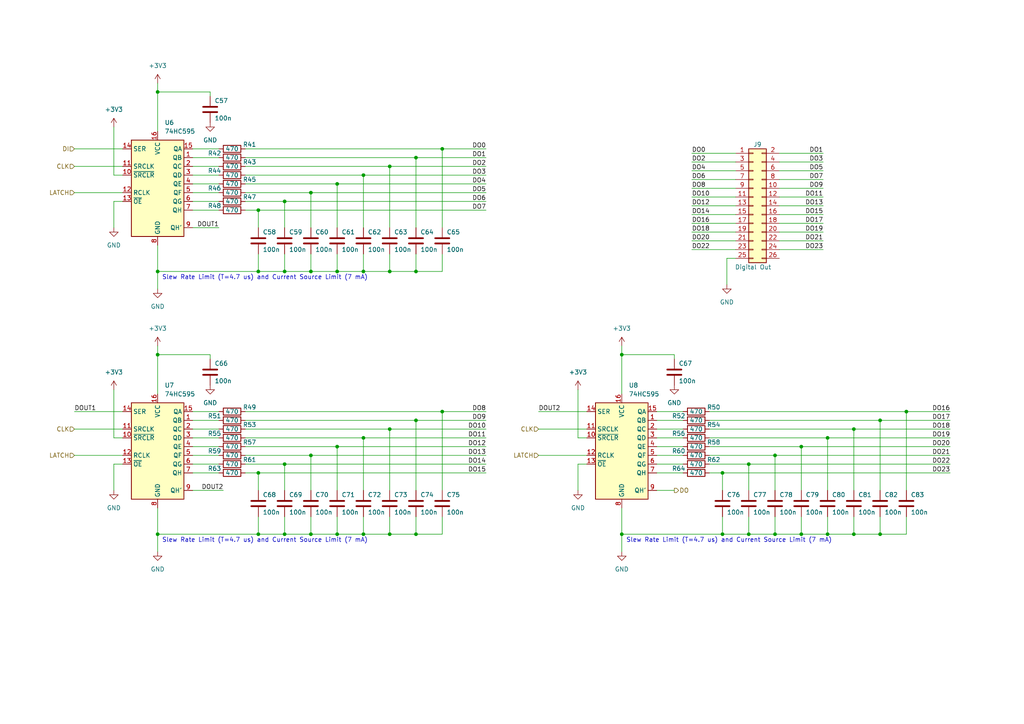
<source format=kicad_sch>
(kicad_sch (version 20211123) (generator eeschema)
  (paper "A4")
  (title_block (title "Cockpit CPU Card") (date "2023-01-21") (rev "A") (company "https://github.com/peterheinrich/DA20-C1-ProcedureTrainer") (comment 1 "Open Hardware") (comment 2 "License: CERN-OHL-P") (comment 3 "© 2023 by Peter Heinrich") (comment 4 "DA20 Hardware Cockpit Simulator Project"))
  (lib_symbols
    (symbol "74xx:74HC595"
      (property "Reference" "U" (at -7.62 13.97 0))
      (property "Value" "74HC595" (at -7.62 -16.51 0))
      (symbol "74HC595_1_0"
        (pin tri_state line (at 10.16 7.62 180) (length 2.54) (name "QB") (number "1"))
        (pin input line (at -10.16 2.54 0) (length 2.54) (name "~{SRCLR}") (number "10"))
        (pin input line (at -10.16 5.08 0) (length 2.54) (name "SRCLK") (number "11"))
        (pin input line (at -10.16 -2.54 0) (length 2.54) (name "RCLK") (number "12"))
        (pin input line (at -10.16 -5.08 0) (length 2.54) (name "~{OE}") (number "13"))
        (pin input line (at -10.16 10.16 0) (length 2.54) (name "SER") (number "14"))
        (pin tri_state line (at 10.16 10.16 180) (length 2.54) (name "QA") (number "15"))
        (pin power_in line (at 0 15.24 270) (length 2.54) (name "VCC") (number "16"))
        (pin tri_state line (at 10.16 5.08 180) (length 2.54) (name "QC") (number "2"))
        (pin tri_state line (at 10.16 2.54 180) (length 2.54) (name "QD") (number "3"))
        (pin tri_state line (at 10.16 0 180) (length 2.54) (name "QE") (number "4"))
        (pin tri_state line (at 10.16 -2.54 180) (length 2.54) (name "QF") (number "5"))
        (pin tri_state line (at 10.16 -5.08 180) (length 2.54) (name "QG") (number "6"))
        (pin tri_state line (at 10.16 -7.62 180) (length 2.54) (name "QH") (number "7"))
        (pin power_in line (at 0 -17.78 90) (length 2.54) (name "GND") (number "8"))
        (pin output line (at 10.16 -12.7 180) (length 2.54) (name "QH'") (number "9"))
      )
      (symbol "74HC595_1_1"
        (rectangle (start -7.62 12.7) (end 7.62 -15.24) (stroke (width 0.254)) (fill (type background)))
      )
    )
    (symbol "Connector_Generic:Conn_02x13_Odd_Even" (pin_names (offset 1.016) hide)
      (property "Reference" "J" (at 1.27 17.78 0))
      (property "Value" "Conn_02x13_Odd_Even" (at 1.27 -17.78 0))
      (symbol "Conn_02x13_Odd_Even_1_1"
        (rectangle (start -1.27 -15.113) (end 0 -15.367) (stroke (width 0.1524)))
        (rectangle (start -1.27 -12.573) (end 0 -12.827) (stroke (width 0.1524)))
        (rectangle (start -1.27 -10.033) (end 0 -10.287) (stroke (width 0.1524)))
        (rectangle (start -1.27 -7.493) (end 0 -7.747) (stroke (width 0.1524)))
        (rectangle (start -1.27 -4.953) (end 0 -5.207) (stroke (width 0.1524)))
        (rectangle (start -1.27 -2.413) (end 0 -2.667) (stroke (width 0.1524)))
        (rectangle (start -1.27 0.127) (end 0 -0.127) (stroke (width 0.1524)))
        (rectangle (start -1.27 2.667) (end 0 2.413) (stroke (width 0.1524)))
        (rectangle (start -1.27 5.207) (end 0 4.953) (stroke (width 0.1524)))
        (rectangle (start -1.27 7.747) (end 0 7.493) (stroke (width 0.1524)))
        (rectangle (start -1.27 10.287) (end 0 10.033) (stroke (width 0.1524)))
        (rectangle (start -1.27 12.827) (end 0 12.573) (stroke (width 0.1524)))
        (rectangle (start -1.27 15.367) (end 0 15.113) (stroke (width 0.1524)))
        (rectangle (start -1.27 16.51) (end 3.81 -16.51) (stroke (width 0.254)) (fill (type background)))
        (rectangle (start 3.81 -15.113) (end 2.54 -15.367) (stroke (width 0.1524)))
        (rectangle (start 3.81 -12.573) (end 2.54 -12.827) (stroke (width 0.1524)))
        (rectangle (start 3.81 -10.033) (end 2.54 -10.287) (stroke (width 0.1524)))
        (rectangle (start 3.81 -7.493) (end 2.54 -7.747) (stroke (width 0.1524)))
        (rectangle (start 3.81 -4.953) (end 2.54 -5.207) (stroke (width 0.1524)))
        (rectangle (start 3.81 -2.413) (end 2.54 -2.667) (stroke (width 0.1524)))
        (rectangle (start 3.81 0.127) (end 2.54 -0.127) (stroke (width 0.1524)))
        (rectangle (start 3.81 2.667) (end 2.54 2.413) (stroke (width 0.1524)))
        (rectangle (start 3.81 5.207) (end 2.54 4.953) (stroke (width 0.1524)))
        (rectangle (start 3.81 7.747) (end 2.54 7.493) (stroke (width 0.1524)))
        (rectangle (start 3.81 10.287) (end 2.54 10.033) (stroke (width 0.1524)))
        (rectangle (start 3.81 12.827) (end 2.54 12.573) (stroke (width 0.1524)))
        (rectangle (start 3.81 15.367) (end 2.54 15.113) (stroke (width 0.1524)))
        (pin passive line (at -5.08 15.24 0) (length 3.81) (name "Pin_1") (number "1"))
        (pin passive line (at 7.62 5.08 180) (length 3.81) (name "Pin_10") (number "10"))
        (pin passive line (at -5.08 2.54 0) (length 3.81) (name "Pin_11") (number "11"))
        (pin passive line (at 7.62 2.54 180) (length 3.81) (name "Pin_12") (number "12"))
        (pin passive line (at -5.08 0 0) (length 3.81) (name "Pin_13") (number "13"))
        (pin passive line (at 7.62 0 180) (length 3.81) (name "Pin_14") (number "14"))
        (pin passive line (at -5.08 -2.54 0) (length 3.81) (name "Pin_15") (number "15"))
        (pin passive line (at 7.62 -2.54 180) (length 3.81) (name "Pin_16") (number "16"))
        (pin passive line (at -5.08 -5.08 0) (length 3.81) (name "Pin_17") (number "17"))
        (pin passive line (at 7.62 -5.08 180) (length 3.81) (name "Pin_18") (number "18"))
        (pin passive line (at -5.08 -7.62 0) (length 3.81) (name "Pin_19") (number "19"))
        (pin passive line (at 7.62 15.24 180) (length 3.81) (name "Pin_2") (number "2"))
        (pin passive line (at 7.62 -7.62 180) (length 3.81) (name "Pin_20") (number "20"))
        (pin passive line (at -5.08 -10.16 0) (length 3.81) (name "Pin_21") (number "21"))
        (pin passive line (at 7.62 -10.16 180) (length 3.81) (name "Pin_22") (number "22"))
        (pin passive line (at -5.08 -12.7 0) (length 3.81) (name "Pin_23") (number "23"))
        (pin passive line (at 7.62 -12.7 180) (length 3.81) (name "Pin_24") (number "24"))
        (pin passive line (at -5.08 -15.24 0) (length 3.81) (name "Pin_25") (number "25"))
        (pin passive line (at 7.62 -15.24 180) (length 3.81) (name "Pin_26") (number "26"))
        (pin passive line (at -5.08 12.7 0) (length 3.81) (name "Pin_3") (number "3"))
        (pin passive line (at 7.62 12.7 180) (length 3.81) (name "Pin_4") (number "4"))
        (pin passive line (at -5.08 10.16 0) (length 3.81) (name "Pin_5") (number "5"))
        (pin passive line (at 7.62 10.16 180) (length 3.81) (name "Pin_6") (number "6"))
        (pin passive line (at -5.08 7.62 0) (length 3.81) (name "Pin_7") (number "7"))
        (pin passive line (at 7.62 7.62 180) (length 3.81) (name "Pin_8") (number "8"))
        (pin passive line (at -5.08 5.08 0) (length 3.81) (name "Pin_9") (number "9"))
      )
    )
    (symbol "Device:C" (pin_numbers hide) (pin_names (offset 0.254))
      (property "Reference" "C" (at 0.635 2.54 0))
      (property "Value" "C" (at 0.635 -2.54 0))
      (symbol "C_0_1"
        (polyline (pts (xy -2.032 -0.762) (xy 2.032 -0.762)) (stroke (width 0.508)))
        (polyline (pts (xy -2.032 0.762) (xy 2.032 0.762)) (stroke (width 0.508)))
      )
      (symbol "C_1_1"
        (pin passive line (at 0 3.81 270) (length 2.794) (name "~") (number "1"))
        (pin passive line (at 0 -3.81 90) (length 2.794) (name "~") (number "2"))
      )
    )
    (symbol "Device:R" (pin_numbers hide) (pin_names (offset 0))
      (property "Reference" "R" (at 2.032 0 90))
      (property "Value" "R" (at 0 0 90))
      (symbol "R_0_1"
        (rectangle (start -1.016 -2.54) (end 1.016 2.54) (stroke (width 0.254)))
      )
      (symbol "R_1_1"
        (pin passive line (at 0 3.81 270) (length 1.27) (name "~") (number "1"))
        (pin passive line (at 0 -3.81 90) (length 1.27) (name "~") (number "2"))
      )
    )
    (symbol "power:+3V3" (power) (pin_names (offset 0))
      (property "Value" "+3V3" (at 0 3.556 0))
      (symbol "+3V3_0_1"
        (polyline (pts (xy -0.762 1.27) (xy 0 2.54)))
        (polyline (pts (xy 0 0) (xy 0 2.54)))
        (polyline (pts (xy 0 2.54) (xy 0.762 1.27)))
      )
      (symbol "+3V3_1_1"
        (pin power_in line (at 0 0 90) (length 0) hide (name "+3V3") (number "1"))
      )
    )
    (symbol "power:GND" (power) (pin_names (offset 0))
      (property "Value" "GND" (at 0 -3.81 0))
      (symbol "GND_0_1"
        (polyline (pts (xy 0 0) (xy 0 -1.27) (xy 1.27 -1.27) (xy 0 -2.54) (xy -1.27 -1.27) (xy 0 -1.27)))
      )
      (symbol "GND_1_1"
        (pin power_in line (at 0 0 270) (length 0) hide (name "GND") (number "1"))
      )
    )
  )
  (junction (at 45.72 102.87))
  (junction (at 45.72 78.74))
  (junction (at 82.55 154.94))
  (junction (at 74.93 60.96))
  (junction (at 113.03 78.74))
  (junction (at 232.41 129.54))
  (junction (at 217.17 154.94))
  (junction (at 247.65 124.46))
  (junction (at 113.03 124.46))
  (junction (at 45.72 154.94))
  (junction (at 255.27 154.94))
  (junction (at 240.03 127))
  (junction (at 97.79 154.94))
  (junction (at 90.17 55.88))
  (junction (at 74.93 137.16))
  (junction (at 97.79 53.34))
  (junction (at 74.93 154.94))
  (junction (at 90.17 132.08))
  (junction (at 113.03 48.26))
  (junction (at 120.65 45.72))
  (junction (at 105.41 78.74))
  (junction (at 240.03 154.94))
  (junction (at 74.93 78.74))
  (junction (at 82.55 78.74))
  (junction (at 120.65 121.92))
  (junction (at 180.34 102.87))
  (junction (at 224.79 154.94))
  (junction (at 217.17 134.62))
  (junction (at 180.34 154.94))
  (junction (at 120.65 78.74))
  (junction (at 105.41 127))
  (junction (at 113.03 154.94))
  (junction (at 97.79 129.54))
  (junction (at 232.41 154.94))
  (junction (at 247.65 154.94))
  (junction (at 128.27 43.18))
  (junction (at 90.17 154.94))
  (junction (at 255.27 121.92))
  (junction (at 105.41 50.8))
  (junction (at 90.17 78.74))
  (junction (at 209.55 154.94))
  (junction (at 224.79 132.08))
  (junction (at 120.65 154.94))
  (junction (at 97.79 78.74))
  (junction (at 209.55 137.16))
  (junction (at 262.89 119.38))
  (junction (at 128.27 119.38))
  (junction (at 82.55 134.62))
  (junction (at 82.55 58.42))
  (junction (at 45.72 26.67))
  (junction (at 105.41 154.94))
  (wire (pts (xy 71.12 45.72) (xy 120.65 45.72)))
  (wire (pts (xy 224.79 154.94) (xy 232.41 154.94)))
  (wire (pts (xy 82.55 134.62) (xy 82.55 142.24)))
  (wire (pts (xy 128.27 43.18) (xy 140.97 43.18)))
  (wire (pts (xy 71.12 60.96) (xy 74.93 60.96)))
  (wire (pts (xy 200.66 59.69) (xy 213.36 59.69)))
  (wire (pts (xy 120.65 154.94) (xy 120.65 149.86)))
  (wire (pts (xy 55.88 45.72) (xy 63.5 45.72)))
  (wire (pts (xy 45.72 24.13) (xy 45.72 26.67)))
  (wire (pts (xy 190.5 119.38) (xy 198.12 119.38)))
  (wire (pts (xy 247.65 154.94) (xy 255.27 154.94)))
  (wire (pts (xy 105.41 154.94) (xy 113.03 154.94)))
  (wire (pts (xy 120.65 154.94) (xy 128.27 154.94)))
  (wire (pts (xy 255.27 121.92) (xy 275.59 121.92)))
  (wire (pts (xy 60.96 27.94) (xy 60.96 26.67)))
  (wire (pts (xy 113.03 124.46) (xy 140.97 124.46)))
  (wire (pts (xy 21.59 48.26) (xy 35.56 48.26)))
  (wire (pts (xy 45.72 78.74) (xy 45.72 71.12)))
  (wire (pts (xy 74.93 137.16) (xy 74.93 142.24)))
  (wire (pts (xy 105.41 149.86) (xy 105.41 154.94)))
  (wire (pts (xy 71.12 121.92) (xy 120.65 121.92)))
  (wire (pts (xy 60.96 102.87) (xy 45.72 102.87)))
  (wire (pts (xy 97.79 129.54) (xy 140.97 129.54)))
  (wire (pts (xy 105.41 127) (xy 140.97 127)))
  (wire (pts (xy 200.66 49.53) (xy 213.36 49.53)))
  (wire (pts (xy 224.79 154.94) (xy 224.79 149.86)))
  (wire (pts (xy 190.5 134.62) (xy 198.12 134.62)))
  (wire (pts (xy 21.59 55.88) (xy 35.56 55.88)))
  (wire (pts (xy 195.58 104.14) (xy 195.58 102.87)))
  (wire (pts (xy 120.65 45.72) (xy 120.65 66.04)))
  (wire (pts (xy 105.41 50.8) (xy 105.41 66.04)))
  (wire (pts (xy 74.93 154.94) (xy 74.93 149.86)))
  (wire (pts (xy 120.65 45.72) (xy 140.97 45.72)))
  (wire (pts (xy 55.88 119.38) (xy 63.5 119.38)))
  (wire (pts (xy 262.89 119.38) (xy 262.89 142.24)))
  (wire (pts (xy 71.12 119.38) (xy 128.27 119.38)))
  (wire (pts (xy 128.27 119.38) (xy 128.27 142.24)))
  (wire (pts (xy 209.55 154.94) (xy 209.55 149.86)))
  (wire (pts (xy 113.03 48.26) (xy 140.97 48.26)))
  (wire (pts (xy 200.66 52.07) (xy 213.36 52.07)))
  (wire (pts (xy 205.74 137.16) (xy 209.55 137.16)))
  (wire (pts (xy 190.5 121.92) (xy 198.12 121.92)))
  (wire (pts (xy 82.55 154.94) (xy 90.17 154.94)))
  (wire (pts (xy 205.74 121.92) (xy 255.27 121.92)))
  (wire (pts (xy 167.64 127) (xy 170.18 127)))
  (wire (pts (xy 240.03 127) (xy 240.03 142.24)))
  (wire (pts (xy 113.03 124.46) (xy 113.03 142.24)))
  (wire (pts (xy 210.82 74.93) (xy 213.36 74.93)))
  (wire (pts (xy 55.88 124.46) (xy 63.5 124.46)))
  (wire (pts (xy 82.55 58.42) (xy 140.97 58.42)))
  (wire (pts (xy 232.41 129.54) (xy 275.59 129.54)))
  (wire (pts (xy 120.65 78.74) (xy 128.27 78.74)))
  (wire (pts (xy 71.12 43.18) (xy 128.27 43.18)))
  (wire (pts (xy 90.17 78.74) (xy 97.79 78.74)))
  (wire (pts (xy 113.03 78.74) (xy 113.03 73.66)))
  (wire (pts (xy 226.06 69.85) (xy 238.76 69.85)))
  (wire (pts (xy 97.79 154.94) (xy 97.79 149.86)))
  (wire (pts (xy 33.02 127) (xy 35.56 127)))
  (wire (pts (xy 232.41 129.54) (xy 232.41 142.24)))
  (wire (pts (xy 82.55 78.74) (xy 90.17 78.74)))
  (wire (pts (xy 167.64 142.24) (xy 167.64 134.62)))
  (wire (pts (xy 205.74 127) (xy 240.03 127)))
  (wire (pts (xy 45.72 102.87) (xy 45.72 114.3)))
  (wire (pts (xy 45.72 78.74) (xy 74.93 78.74)))
  (wire (pts (xy 156.21 124.46) (xy 170.18 124.46)))
  (wire (pts (xy 82.55 154.94) (xy 82.55 149.86)))
  (wire (pts (xy 180.34 154.94) (xy 209.55 154.94)))
  (wire (pts (xy 45.72 26.67) (xy 45.72 38.1)))
  (wire (pts (xy 82.55 78.74) (xy 82.55 73.66)))
  (wire (pts (xy 97.79 154.94) (xy 105.41 154.94)))
  (wire (pts (xy 213.36 62.23) (xy 200.66 62.23)))
  (wire (pts (xy 128.27 78.74) (xy 128.27 73.66)))
  (wire (pts (xy 190.5 124.46) (xy 198.12 124.46)))
  (wire (pts (xy 262.89 154.94) (xy 262.89 149.86)))
  (wire (pts (xy 255.27 154.94) (xy 262.89 154.94)))
  (wire (pts (xy 113.03 154.94) (xy 113.03 149.86)))
  (wire (pts (xy 71.12 137.16) (xy 74.93 137.16)))
  (wire (pts (xy 217.17 154.94) (xy 217.17 149.86)))
  (wire (pts (xy 90.17 132.08) (xy 140.97 132.08)))
  (wire (pts (xy 200.66 54.61) (xy 213.36 54.61)))
  (wire (pts (xy 240.03 127) (xy 275.59 127)))
  (wire (pts (xy 71.12 124.46) (xy 113.03 124.46)))
  (wire (pts (xy 74.93 78.74) (xy 74.93 73.66)))
  (wire (pts (xy 238.76 52.07) (xy 226.06 52.07)))
  (wire (pts (xy 113.03 78.74) (xy 120.65 78.74)))
  (wire (pts (xy 97.79 53.34) (xy 97.79 66.04)))
  (wire (pts (xy 55.88 132.08) (xy 63.5 132.08)))
  (wire (pts (xy 238.76 46.99) (xy 226.06 46.99)))
  (wire (pts (xy 105.41 50.8) (xy 140.97 50.8)))
  (wire (pts (xy 71.12 127) (xy 105.41 127)))
  (wire (pts (xy 226.06 72.39) (xy 238.76 72.39)))
  (wire (pts (xy 128.27 154.94) (xy 128.27 149.86)))
  (wire (pts (xy 205.74 124.46) (xy 247.65 124.46)))
  (wire (pts (xy 113.03 154.94) (xy 120.65 154.94)))
  (wire (pts (xy 55.88 48.26) (xy 63.5 48.26)))
  (wire (pts (xy 205.74 119.38) (xy 262.89 119.38)))
  (wire (pts (xy 33.02 58.42) (xy 35.56 58.42)))
  (wire (pts (xy 128.27 119.38) (xy 140.97 119.38)))
  (wire (pts (xy 45.72 154.94) (xy 74.93 154.94)))
  (wire (pts (xy 71.12 134.62) (xy 82.55 134.62)))
  (wire (pts (xy 217.17 134.62) (xy 217.17 142.24)))
  (wire (pts (xy 55.88 58.42) (xy 63.5 58.42)))
  (wire (pts (xy 226.06 59.69) (xy 238.76 59.69)))
  (wire (pts (xy 55.88 134.62) (xy 63.5 134.62)))
  (wire (pts (xy 180.34 100.33) (xy 180.34 102.87)))
  (wire (pts (xy 167.64 134.62) (xy 170.18 134.62)))
  (wire (pts (xy 33.02 113.03) (xy 33.02 127)))
  (wire (pts (xy 240.03 149.86) (xy 240.03 154.94)))
  (wire (pts (xy 60.96 26.67) (xy 45.72 26.67)))
  (wire (pts (xy 180.34 102.87) (xy 180.34 114.3)))
  (wire (pts (xy 190.5 127) (xy 198.12 127)))
  (wire (pts (xy 156.21 132.08) (xy 170.18 132.08)))
  (wire (pts (xy 45.72 83.82) (xy 45.72 78.74)))
  (wire (pts (xy 238.76 44.45) (xy 226.06 44.45)))
  (wire (pts (xy 238.76 54.61) (xy 226.06 54.61)))
  (wire (pts (xy 200.66 57.15) (xy 213.36 57.15)))
  (wire (pts (xy 255.27 121.92) (xy 255.27 142.24)))
  (wire (pts (xy 90.17 55.88) (xy 90.17 66.04)))
  (wire (pts (xy 33.02 142.24) (xy 33.02 134.62)))
  (wire (pts (xy 55.88 50.8) (xy 63.5 50.8)))
  (wire (pts (xy 213.36 64.77) (xy 200.66 64.77)))
  (wire (pts (xy 224.79 132.08) (xy 275.59 132.08)))
  (wire (pts (xy 74.93 78.74) (xy 82.55 78.74)))
  (wire (pts (xy 71.12 50.8) (xy 105.41 50.8)))
  (wire (pts (xy 247.65 124.46) (xy 275.59 124.46)))
  (wire (pts (xy 90.17 154.94) (xy 90.17 149.86)))
  (wire (pts (xy 74.93 60.96) (xy 140.97 60.96)))
  (wire (pts (xy 255.27 154.94) (xy 255.27 149.86)))
  (wire (pts (xy 33.02 50.8) (xy 35.56 50.8)))
  (wire (pts (xy 190.5 129.54) (xy 198.12 129.54)))
  (wire (pts (xy 97.79 78.74) (xy 105.41 78.74)))
  (wire (pts (xy 82.55 134.62) (xy 140.97 134.62)))
  (wire (pts (xy 90.17 78.74) (xy 90.17 73.66)))
  (wire (pts (xy 205.74 129.54) (xy 232.41 129.54)))
  (wire (pts (xy 55.88 142.24) (xy 64.77 142.24)))
  (wire (pts (xy 200.66 46.99) (xy 213.36 46.99)))
  (wire (pts (xy 21.59 43.18) (xy 35.56 43.18)))
  (wire (pts (xy 55.88 66.04) (xy 63.5 66.04)))
  (wire (pts (xy 105.41 127) (xy 105.41 142.24)))
  (wire (pts (xy 45.72 154.94) (xy 45.72 147.32)))
  (wire (pts (xy 55.88 60.96) (xy 63.5 60.96)))
  (wire (pts (xy 55.88 43.18) (xy 63.5 43.18)))
  (wire (pts (xy 97.79 78.74) (xy 97.79 73.66)))
  (wire (pts (xy 238.76 57.15) (xy 226.06 57.15)))
  (wire (pts (xy 55.88 121.92) (xy 63.5 121.92)))
  (wire (pts (xy 205.74 134.62) (xy 217.17 134.62)))
  (wire (pts (xy 209.55 137.16) (xy 209.55 142.24)))
  (wire (pts (xy 97.79 53.34) (xy 140.97 53.34)))
  (wire (pts (xy 33.02 134.62) (xy 35.56 134.62)))
  (wire (pts (xy 232.41 154.94) (xy 232.41 149.86)))
  (wire (pts (xy 105.41 78.74) (xy 113.03 78.74)))
  (wire (pts (xy 217.17 134.62) (xy 275.59 134.62)))
  (wire (pts (xy 55.88 137.16) (xy 63.5 137.16)))
  (wire (pts (xy 55.88 53.34) (xy 63.5 53.34)))
  (wire (pts (xy 226.06 67.31) (xy 238.76 67.31)))
  (wire (pts (xy 217.17 154.94) (xy 224.79 154.94)))
  (wire (pts (xy 74.93 60.96) (xy 74.93 66.04)))
  (wire (pts (xy 213.36 69.85) (xy 200.66 69.85)))
  (wire (pts (xy 190.5 142.24) (xy 195.58 142.24)))
  (wire (pts (xy 90.17 132.08) (xy 90.17 142.24)))
  (wire (pts (xy 180.34 160.02) (xy 180.34 154.94)))
  (wire (pts (xy 90.17 55.88) (xy 140.97 55.88)))
  (wire (pts (xy 21.59 124.46) (xy 35.56 124.46)))
  (wire (pts (xy 209.55 154.94) (xy 217.17 154.94)))
  (wire (pts (xy 226.06 62.23) (xy 238.76 62.23)))
  (wire (pts (xy 180.34 154.94) (xy 180.34 147.32)))
  (wire (pts (xy 226.06 64.77) (xy 238.76 64.77)))
  (wire (pts (xy 113.03 48.26) (xy 113.03 66.04)))
  (wire (pts (xy 224.79 132.08) (xy 224.79 142.24)))
  (wire (pts (xy 105.41 73.66) (xy 105.41 78.74)))
  (wire (pts (xy 21.59 119.38) (xy 35.56 119.38)))
  (wire (pts (xy 247.65 124.46) (xy 247.65 142.24)))
  (wire (pts (xy 45.72 160.02) (xy 45.72 154.94)))
  (wire (pts (xy 240.03 154.94) (xy 247.65 154.94)))
  (wire (pts (xy 120.65 121.92) (xy 140.97 121.92)))
  (wire (pts (xy 213.36 67.31) (xy 200.66 67.31)))
  (wire (pts (xy 200.66 44.45) (xy 213.36 44.45)))
  (wire (pts (xy 21.59 132.08) (xy 35.56 132.08)))
  (wire (pts (xy 232.41 154.94) (xy 240.03 154.94)))
  (wire (pts (xy 120.65 121.92) (xy 120.65 142.24)))
  (wire (pts (xy 213.36 72.39) (xy 200.66 72.39)))
  (wire (pts (xy 190.5 137.16) (xy 198.12 137.16)))
  (wire (pts (xy 195.58 102.87) (xy 180.34 102.87)))
  (wire (pts (xy 71.12 58.42) (xy 82.55 58.42)))
  (wire (pts (xy 74.93 154.94) (xy 82.55 154.94)))
  (wire (pts (xy 156.21 119.38) (xy 170.18 119.38)))
  (wire (pts (xy 82.55 58.42) (xy 82.55 66.04)))
  (wire (pts (xy 238.76 49.53) (xy 226.06 49.53)))
  (wire (pts (xy 55.88 129.54) (xy 63.5 129.54)))
  (wire (pts (xy 120.65 78.74) (xy 120.65 73.66)))
  (wire (pts (xy 90.17 154.94) (xy 97.79 154.94)))
  (wire (pts (xy 71.12 129.54) (xy 97.79 129.54)))
  (wire (pts (xy 210.82 74.93) (xy 210.82 82.55)))
  (wire (pts (xy 45.72 100.33) (xy 45.72 102.87)))
  (wire (pts (xy 128.27 43.18) (xy 128.27 66.04)))
  (wire (pts (xy 205.74 132.08) (xy 224.79 132.08)))
  (wire (pts (xy 247.65 154.94) (xy 247.65 149.86)))
  (wire (pts (xy 55.88 55.88) (xy 63.5 55.88)))
  (wire (pts (xy 74.93 137.16) (xy 140.97 137.16)))
  (wire (pts (xy 60.96 104.14) (xy 60.96 102.87)))
  (wire (pts (xy 190.5 132.08) (xy 198.12 132.08)))
  (wire (pts (xy 71.12 132.08) (xy 90.17 132.08)))
  (wire (pts (xy 97.79 129.54) (xy 97.79 142.24)))
  (wire (pts (xy 167.64 113.03) (xy 167.64 127)))
  (wire (pts (xy 71.12 55.88) (xy 90.17 55.88)))
  (wire (pts (xy 55.88 127) (xy 63.5 127)))
  (wire (pts (xy 209.55 137.16) (xy 275.59 137.16)))
  (wire (pts (xy 262.89 119.38) (xy 275.59 119.38)))
  (wire (pts (xy 71.12 53.34) (xy 97.79 53.34)))
  (wire (pts (xy 71.12 48.26) (xy 113.03 48.26)))
  (wire (pts (xy 33.02 36.83) (xy 33.02 50.8)))
  (wire (pts (xy 33.02 66.04) (xy 33.02 58.42)))
  (text "Slew Rate Limit (T=4.7 us) and Current Source Limit (7 mA)" (at 46.99 81.28 0) (effects (font (size 1.27 1.27)) (justify left bottom)))
  (text "Slew Rate Limit (T=4.7 us) and Current Source Limit (7 mA)" (at 46.99 157.48 0) (effects (font (size 1.27 1.27)) (justify left bottom)))
  (text "Slew Rate Limit (T=4.7 us) and Current Source Limit (7 mA)" (at 181.61 157.48 0) (effects (font (size 1.27 1.27)) (justify left bottom)))
  (label "DO7" (at 238.76 52.07 180))
  (label "DO10" (at 140.97 124.46 180))
  (label "DO20" (at 275.59 129.54 180))
  (label "DO4" (at 200.66 49.53 0))
  (label "DO7" (at 140.97 60.96 180))
  (label "DO19" (at 238.76 67.31 180))
  (label "DO20" (at 200.66 69.85 0))
  (label "DO14" (at 200.66 62.23 0))
  (label "DO17" (at 275.59 121.92 180))
  (label "DO2" (at 200.66 46.99 0))
  (label "DOUT2" (at 64.77 142.24 180))
  (label "DO3" (at 140.97 50.8 180))
  (label "DO21" (at 238.76 69.85 180))
  (label "DO18" (at 275.59 124.46 180))
  (label "DO16" (at 275.59 119.38 180))
  (label "DO14" (at 140.97 134.62 180))
  (label "DO17" (at 238.76 64.77 180))
  (label "DO23" (at 238.76 72.39 180))
  (label "DO6" (at 200.66 52.07 0))
  (label "DO4" (at 140.97 53.34 180))
  (label "DO22" (at 200.66 72.39 0))
  (label "DO5" (at 238.76 49.53 180))
  (label "DO11" (at 140.97 127 180))
  (label "DO11" (at 238.76 57.15 180))
  (label "DO16" (at 200.66 64.77 0))
  (label "DO0" (at 200.66 44.45 0))
  (label "DO1" (at 238.76 44.45 180))
  (label "DO21" (at 275.59 132.08 180))
  (label "DO23" (at 275.59 137.16 180))
  (label "DO9" (at 238.76 54.61 180))
  (label "DO2" (at 140.97 48.26 180))
  (label "DO22" (at 275.59 134.62 180))
  (label "DO19" (at 275.59 127 180))
  (label "DO0" (at 140.97 43.18 180))
  (label "DO12" (at 200.66 59.69 0))
  (label "DO15" (at 140.97 137.16 180))
  (label "DO13" (at 140.97 132.08 180))
  (label "DO3" (at 238.76 46.99 180))
  (label "DOUT1" (at 63.5 66.04 180))
  (label "DO6" (at 140.97 58.42 180))
  (label "DO9" (at 140.97 121.92 180))
  (label "DO5" (at 140.97 55.88 180))
  (label "DOUT2" (at 156.21 119.38 0))
  (label "DO1" (at 140.97 45.72 180))
  (label "DO12" (at 140.97 129.54 180))
  (label "DO13" (at 238.76 59.69 180))
  (label "DO8" (at 200.66 54.61 0))
  (label "DO18" (at 200.66 67.31 0))
  (label "DOUT1" (at 21.59 119.38 0))
  (label "DO10" (at 200.66 57.15 0))
  (label "DO15" (at 238.76 62.23 180))
  (label "DO8" (at 140.97 119.38 180))
  (hierarchical_label "DI" (shape input) (at 21.59 43.18 180))
  (hierarchical_label "LATCH" (shape input) (at 21.59 132.08 180))
  (hierarchical_label "CLK" (shape input) (at 21.59 124.46 180))
  (hierarchical_label "CLK" (shape input) (at 21.59 48.26 180))
  (hierarchical_label "CLK" (shape input) (at 156.21 124.46 180))
  (hierarchical_label "LATCH" (shape input) (at 156.21 132.08 180))
  (hierarchical_label "DO" (shape output) (at 195.58 142.24 0))
  (hierarchical_label "LATCH" (shape input) (at 21.59 55.88 180))
  (symbol (lib_id "Device:C") (at 240.03 146.05 0) (unit 1)
    (property "Reference" "C80" (at 241.3 143.51 0) (effects (justify left)))
    (property "Value" "100n" (at 241.3 148.59 0) (effects (justify left)))
    (property "Footprint" "Capacitor_SMD:C_0603_1608Metric" (effects hide))
    (property "Datasheet" "https://www.farnell.com/datasheets/2735905.pdf" (effects hide))
    (property "MPN" "CL10B104KO8NNNC" (effects hide))
    (property "ON_FARNELL" "3013413" (effects hide))
  )
  (symbol (lib_id "Device:C") (at 217.17 146.05 0) (unit 1)
    (property "Reference" "C77" (at 218.44 143.51 0) (effects (justify left)))
    (property "Value" "100n" (at 218.44 148.59 0) (effects (justify left)))
    (property "Footprint" "Capacitor_SMD:C_0603_1608Metric" (effects hide))
    (property "Datasheet" "https://www.farnell.com/datasheets/2735905.pdf" (effects hide))
    (property "MPN" "CL10B104KO8NNNC" (effects hide))
    (property "ON_FARNELL" "3013413" (effects hide))
  )
  (symbol (lib_id "Device:R") (at 67.31 43.18 90) (unit 1)
    (property "Reference" "R41" (at 72.39 41.91 90))
    (property "Value" "470" (at 67.31 43.18 90))
    (property "Footprint" "Resistor_SMD:R_0603_1608Metric" (effects hide))
    (property "MPN" "MCMR06X4700FTL" (effects hide))
    (property "ON_FARNELL" "2073508" (effects hide))
  )
  (symbol (lib_id "power:+3V3") (at 33.02 113.03 0) (unit 1)
    (property "Reference" "#PWR0100" (effects hide))
    (property "Value" "+3V3" (at 33.02 107.95 0))
  )
  (symbol (lib_id "Device:C") (at 113.03 146.05 0) (unit 1)
    (property "Reference" "C73" (at 114.3 143.51 0) (effects (justify left)))
    (property "Value" "100n" (at 114.3 148.59 0) (effects (justify left)))
    (property "Footprint" "Capacitor_SMD:C_0603_1608Metric" (effects hide))
    (property "Datasheet" "https://www.farnell.com/datasheets/2735905.pdf" (effects hide))
    (property "MPN" "CL10B104KO8NNNC" (effects hide))
    (property "ON_FARNELL" "3013413" (effects hide))
  )
  (symbol (lib_id "power:+3V3") (at 33.02 36.83 0) (unit 1)
    (property "Reference" "#PWR092" (effects hide))
    (property "Value" "+3V3" (at 33.02 31.75 0))
  )
  (symbol (lib_id "Device:R") (at 201.93 127 270) (mirror x) (unit 1)
    (property "Reference" "R56" (at 196.85 125.73 90))
    (property "Value" "470" (at 201.93 127 90))
    (property "Footprint" "Resistor_SMD:R_0603_1608Metric" (effects hide))
    (property "MPN" "MCMR06X4700FTL" (effects hide))
    (property "ON_FARNELL" "2073508" (effects hide))
  )
  (symbol (lib_id "Device:C") (at 113.03 69.85 0) (unit 1)
    (property "Reference" "C63" (at 114.3 67.31 0) (effects (justify left)))
    (property "Value" "100n" (at 114.3 72.39 0) (effects (justify left)))
    (property "Footprint" "Capacitor_SMD:C_0603_1608Metric" (effects hide))
    (property "Datasheet" "https://www.farnell.com/datasheets/2735905.pdf" (effects hide))
    (property "MPN" "CL10B104KO8NNNC" (effects hide))
    (property "ON_FARNELL" "3013413" (effects hide))
  )
  (symbol (lib_id "74xx:74HC595") (at 180.34 129.54 0) (unit 1)
    (property "Reference" "U8" (at 182.3594 111.76 0) (effects (justify left)))
    (property "Value" "74HC595" (at 182.3594 114.3 0) (effects (justify left)))
    (property "Footprint" "Package_SO:SOIC-16_3.9x9.9mm_P1.27mm" (effects hide))
    (property "Datasheet" "http://www.ti.com/lit/ds/symlink/sn74hc595.pdf" (effects hide))
    (property "MPN" "74HC595D,118" (effects hide))
    (property "ON_FARNELL" "1201269" (effects hide))
  )
  (symbol (lib_id "power:+3V3") (at 167.64 113.03 0) (unit 1)
    (property "Reference" "#PWR0101" (effects hide))
    (property "Value" "+3V3" (at 167.64 107.95 0))
  )
  (symbol (lib_id "Connector_Generic:Conn_02x13_Odd_Even") (at 218.44 59.69 0) (unit 1)
    (property "Reference" "J9" (at 219.71 41.91 0))
    (property "Value" "Digital Out" (at 218.44 77.47 0))
    (property "Footprint" "Connector_PinHeader_2.54mm:PinHeader_2x13_P2.54mm_Vertical" (effects hide))
    (property "MPN" "M20-9761346" (effects hide))
    (property "ON_FARNELL" "3225996" (effects hide))
  )
  (symbol (lib_id "Device:C") (at 209.55 146.05 0) (unit 1)
    (property "Reference" "C76" (at 210.82 143.51 0) (effects (justify left)))
    (property "Value" "100n" (at 210.82 148.59 0) (effects (justify left)))
    (property "Footprint" "Capacitor_SMD:C_0603_1608Metric" (effects hide))
    (property "Datasheet" "https://www.farnell.com/datasheets/2735905.pdf" (effects hide))
    (property "MPN" "CL10B104KO8NNNC" (effects hide))
    (property "ON_FARNELL" "3013413" (effects hide))
  )
  (symbol (lib_id "Device:C") (at 120.65 146.05 0) (unit 1)
    (property "Reference" "C74" (at 121.92 143.51 0) (effects (justify left)))
    (property "Value" "100n" (at 121.92 148.59 0) (effects (justify left)))
    (property "Footprint" "Capacitor_SMD:C_0603_1608Metric" (effects hide))
    (property "Datasheet" "https://www.farnell.com/datasheets/2735905.pdf" (effects hide))
    (property "MPN" "CL10B104KO8NNNC" (effects hide))
    (property "ON_FARNELL" "3013413" (effects hide))
  )
  (symbol (lib_id "Device:R") (at 67.31 124.46 90) (unit 1)
    (property "Reference" "R53" (at 72.39 123.19 90))
    (property "Value" "470" (at 67.31 124.46 90))
    (property "Footprint" "Resistor_SMD:R_0603_1608Metric" (effects hide))
    (property "MPN" "MCMR06X4700FTL" (effects hide))
    (property "ON_FARNELL" "2073508" (effects hide))
  )
  (symbol (lib_id "power:GND") (at 60.96 35.56 0) (unit 1)
    (property "Reference" "#PWR091" (effects hide))
    (property "Value" "GND" (at 60.96 40.64 0))
  )
  (symbol (lib_id "Device:C") (at 60.96 107.95 0) (unit 1)
    (property "Reference" "C66" (at 62.23 105.41 0) (effects (justify left)))
    (property "Value" "100n" (at 62.23 110.49 0) (effects (justify left)))
    (property "Footprint" "Capacitor_SMD:C_0603_1608Metric" (effects hide))
    (property "Datasheet" "https://www.farnell.com/datasheets/2735905.pdf" (effects hide))
    (property "MPN" "CL10B104KO8NNNC" (effects hide))
    (property "ON_FARNELL" "3013413" (effects hide))
  )
  (symbol (lib_id "power:GND") (at 167.64 142.24 0) (unit 1)
    (property "Reference" "#PWR0103" (effects hide))
    (property "Value" "GND" (at 167.64 147.32 0))
  )
  (symbol (lib_id "Device:C") (at 60.96 31.75 0) (unit 1)
    (property "Reference" "C57" (at 62.23 29.21 0) (effects (justify left)))
    (property "Value" "100n" (at 62.23 34.29 0) (effects (justify left)))
    (property "Footprint" "Capacitor_SMD:C_0603_1608Metric" (effects hide))
    (property "Datasheet" "https://www.farnell.com/datasheets/2735905.pdf" (effects hide))
    (property "MPN" "CL10B104KO8NNNC" (effects hide))
    (property "ON_FARNELL" "3013413" (effects hide))
  )
  (symbol (lib_id "Device:R") (at 201.93 129.54 90) (unit 1)
    (property "Reference" "R58" (at 207.01 128.27 90))
    (property "Value" "470" (at 201.93 129.54 90))
    (property "Footprint" "Resistor_SMD:R_0603_1608Metric" (effects hide))
    (property "MPN" "MCMR06X4700FTL" (effects hide))
    (property "ON_FARNELL" "2073508" (effects hide))
  )
  (symbol (lib_id "Device:R") (at 67.31 137.16 270) (mirror x) (unit 1)
    (property "Reference" "R63" (at 62.23 135.89 90))
    (property "Value" "470" (at 67.31 137.16 90))
    (property "Footprint" "Resistor_SMD:R_0603_1608Metric" (effects hide))
    (property "MPN" "MCMR06X4700FTL" (effects hide))
    (property "ON_FARNELL" "2073508" (effects hide))
  )
  (symbol (lib_id "Device:C") (at 232.41 146.05 0) (unit 1)
    (property "Reference" "C79" (at 233.68 143.51 0) (effects (justify left)))
    (property "Value" "100n" (at 233.68 148.59 0) (effects (justify left)))
    (property "Footprint" "Capacitor_SMD:C_0603_1608Metric" (effects hide))
    (property "Datasheet" "https://www.farnell.com/datasheets/2735905.pdf" (effects hide))
    (property "MPN" "CL10B104KO8NNNC" (effects hide))
    (property "ON_FARNELL" "3013413" (effects hide))
  )
  (symbol (lib_id "Device:R") (at 67.31 127 270) (mirror x) (unit 1)
    (property "Reference" "R55" (at 62.23 125.73 90))
    (property "Value" "470" (at 67.31 127 90))
    (property "Footprint" "Resistor_SMD:R_0603_1608Metric" (effects hide))
    (property "MPN" "MCMR06X4700FTL" (effects hide))
    (property "ON_FARNELL" "2073508" (effects hide))
  )
  (symbol (lib_id "Device:C") (at 262.89 146.05 0) (unit 1)
    (property "Reference" "C83" (at 264.16 143.51 0) (effects (justify left)))
    (property "Value" "100n" (at 264.16 148.59 0) (effects (justify left)))
    (property "Footprint" "Capacitor_SMD:C_0603_1608Metric" (effects hide))
    (property "Datasheet" "https://www.farnell.com/datasheets/2735905.pdf" (effects hide))
    (property "MPN" "CL10B104KO8NNNC" (effects hide))
    (property "ON_FARNELL" "3013413" (effects hide))
  )
  (symbol (lib_id "power:GND") (at 60.96 111.76 0) (unit 1)
    (property "Reference" "#PWR098" (effects hide))
    (property "Value" "GND" (at 60.96 116.84 0))
  )
  (symbol (lib_id "power:GND") (at 45.72 160.02 0) (unit 1)
    (property "Reference" "#PWR0104" (effects hide))
    (property "Value" "GND" (at 45.72 165.1 0))
  )
  (symbol (lib_id "Device:R") (at 67.31 53.34 90) (unit 1)
    (property "Reference" "R45" (at 72.39 52.07 90))
    (property "Value" "470" (at 67.31 53.34 90))
    (property "Footprint" "Resistor_SMD:R_0603_1608Metric" (effects hide))
    (property "MPN" "MCMR06X4700FTL" (effects hide))
    (property "ON_FARNELL" "2073508" (effects hide))
  )
  (symbol (lib_id "Device:C") (at 195.58 107.95 0) (unit 1)
    (property "Reference" "C67" (at 196.85 105.41 0) (effects (justify left)))
    (property "Value" "100n" (at 196.85 110.49 0) (effects (justify left)))
    (property "Footprint" "Capacitor_SMD:C_0603_1608Metric" (effects hide))
    (property "Datasheet" "https://www.farnell.com/datasheets/2735905.pdf" (effects hide))
    (property "MPN" "CL10B104KO8NNNC" (effects hide))
    (property "ON_FARNELL" "3013413" (effects hide))
  )
  (symbol (lib_id "Device:R") (at 201.93 137.16 270) (mirror x) (unit 1)
    (property "Reference" "R64" (at 196.85 135.89 90))
    (property "Value" "470" (at 201.93 137.16 90))
    (property "Footprint" "Resistor_SMD:R_0603_1608Metric" (effects hide))
    (property "MPN" "MCMR06X4700FTL" (effects hide))
    (property "ON_FARNELL" "2073508" (effects hide))
  )
  (symbol (lib_id "Device:C") (at 82.55 146.05 0) (unit 1)
    (property "Reference" "C69" (at 83.82 143.51 0) (effects (justify left)))
    (property "Value" "100n" (at 83.82 148.59 0) (effects (justify left)))
    (property "Footprint" "Capacitor_SMD:C_0603_1608Metric" (effects hide))
    (property "Datasheet" "https://www.farnell.com/datasheets/2735905.pdf" (effects hide))
    (property "MPN" "CL10B104KO8NNNC" (effects hide))
    (property "ON_FARNELL" "3013413" (effects hide))
  )
  (symbol (lib_id "Device:R") (at 201.93 134.62 90) (unit 1)
    (property "Reference" "R62" (at 207.01 133.35 90))
    (property "Value" "470" (at 201.93 134.62 90))
    (property "Footprint" "Resistor_SMD:R_0603_1608Metric" (effects hide))
    (property "MPN" "MCMR06X4700FTL" (effects hide))
    (property "ON_FARNELL" "2073508" (effects hide))
  )
  (symbol (lib_id "Device:C") (at 74.93 146.05 0) (unit 1)
    (property "Reference" "C68" (at 76.2 143.51 0) (effects (justify left)))
    (property "Value" "100n" (at 76.2 148.59 0) (effects (justify left)))
    (property "Footprint" "Capacitor_SMD:C_0603_1608Metric" (effects hide))
    (property "Datasheet" "https://www.farnell.com/datasheets/2735905.pdf" (effects hide))
    (property "MPN" "CL10B104KO8NNNC" (effects hide))
    (property "ON_FARNELL" "3013413" (effects hide))
  )
  (symbol (lib_id "Device:R") (at 67.31 119.38 90) (unit 1)
    (property "Reference" "R49" (at 72.39 118.11 90))
    (property "Value" "470" (at 67.31 119.38 90))
    (property "Footprint" "Resistor_SMD:R_0603_1608Metric" (effects hide))
    (property "MPN" "MCMR06X4700FTL" (effects hide))
    (property "ON_FARNELL" "2073508" (effects hide))
  )
  (symbol (lib_id "power:GND") (at 45.72 83.82 0) (unit 1)
    (property "Reference" "#PWR095" (effects hide))
    (property "Value" "GND" (at 45.72 88.9 0))
  )
  (symbol (lib_id "Device:R") (at 201.93 132.08 270) (mirror x) (unit 1)
    (property "Reference" "R60" (at 196.85 130.81 90))
    (property "Value" "470" (at 201.93 132.08 90))
    (property "Footprint" "Resistor_SMD:R_0603_1608Metric" (effects hide))
    (property "MPN" "MCMR06X4700FTL" (effects hide))
    (property "ON_FARNELL" "2073508" (effects hide))
  )
  (symbol (lib_id "Device:C") (at 74.93 69.85 0) (unit 1)
    (property "Reference" "C58" (at 76.2 67.31 0) (effects (justify left)))
    (property "Value" "100n" (at 76.2 72.39 0) (effects (justify left)))
    (property "Footprint" "Capacitor_SMD:C_0603_1608Metric" (effects hide))
    (property "Datasheet" "https://www.farnell.com/datasheets/2735905.pdf" (effects hide))
    (property "MPN" "CL10B104KO8NNNC" (effects hide))
    (property "ON_FARNELL" "3013413" (effects hide))
  )
  (symbol (lib_id "power:+3V3") (at 45.72 24.13 0) (unit 1)
    (property "Reference" "#PWR090" (effects hide))
    (property "Value" "+3V3" (at 45.72 19.05 0))
  )
  (symbol (lib_id "Device:R") (at 67.31 58.42 90) (unit 1)
    (property "Reference" "R47" (at 72.39 57.15 90))
    (property "Value" "470" (at 67.31 58.42 90))
    (property "Footprint" "Resistor_SMD:R_0603_1608Metric" (effects hide))
    (property "MPN" "MCMR06X4700FTL" (effects hide))
    (property "ON_FARNELL" "2073508" (effects hide))
  )
  (symbol (lib_id "Device:C") (at 90.17 146.05 0) (unit 1)
    (property "Reference" "C70" (at 91.44 143.51 0) (effects (justify left)))
    (property "Value" "100n" (at 91.44 148.59 0) (effects (justify left)))
    (property "Footprint" "Capacitor_SMD:C_0603_1608Metric" (effects hide))
    (property "Datasheet" "https://www.farnell.com/datasheets/2735905.pdf" (effects hide))
    (property "MPN" "CL10B104KO8NNNC" (effects hide))
    (property "ON_FARNELL" "3013413" (effects hide))
  )
  (symbol (lib_id "Device:R") (at 67.31 134.62 90) (unit 1)
    (property "Reference" "R61" (at 72.39 133.35 90))
    (property "Value" "470" (at 67.31 134.62 90))
    (property "Footprint" "Resistor_SMD:R_0603_1608Metric" (effects hide))
    (property "MPN" "MCMR06X4700FTL" (effects hide))
    (property "ON_FARNELL" "2073508" (effects hide))
  )
  (symbol (lib_id "74xx:74HC595") (at 45.72 129.54 0) (unit 1)
    (property "Reference" "U7" (at 47.7394 111.76 0) (effects (justify left)))
    (property "Value" "74HC595" (at 47.7394 114.3 0) (effects (justify left)))
    (property "Footprint" "Package_SO:SOIC-16_3.9x9.9mm_P1.27mm" (effects hide))
    (property "Datasheet" "http://www.ti.com/lit/ds/symlink/sn74hc595.pdf" (effects hide))
    (property "MPN" "74HC595D,118" (effects hide))
    (property "ON_FARNELL" "1201269" (effects hide))
  )
  (symbol (lib_id "Device:R") (at 201.93 119.38 90) (unit 1)
    (property "Reference" "R50" (at 207.01 118.11 90))
    (property "Value" "470" (at 201.93 119.38 90))
    (property "Footprint" "Resistor_SMD:R_0603_1608Metric" (effects hide))
    (property "MPN" "MCMR06X4700FTL" (effects hide))
    (property "ON_FARNELL" "2073508" (effects hide))
  )
  (symbol (lib_id "Device:R") (at 201.93 121.92 270) (mirror x) (unit 1)
    (property "Reference" "R52" (at 196.85 120.65 90))
    (property "Value" "470" (at 201.93 121.92 90))
    (property "Footprint" "Resistor_SMD:R_0603_1608Metric" (effects hide))
    (property "MPN" "MCMR06X4700FTL" (effects hide))
    (property "ON_FARNELL" "2073508" (effects hide))
  )
  (symbol (lib_id "Device:C") (at 97.79 146.05 0) (unit 1)
    (property "Reference" "C71" (at 99.06 143.51 0) (effects (justify left)))
    (property "Value" "100n" (at 99.06 148.59 0) (effects (justify left)))
    (property "Footprint" "Capacitor_SMD:C_0603_1608Metric" (effects hide))
    (property "Datasheet" "https://www.farnell.com/datasheets/2735905.pdf" (effects hide))
    (property "MPN" "CL10B104KO8NNNC" (effects hide))
    (property "ON_FARNELL" "3013413" (effects hide))
  )
  (symbol (lib_id "Device:C") (at 105.41 69.85 0) (unit 1)
    (property "Reference" "C62" (at 106.68 67.31 0) (effects (justify left)))
    (property "Value" "100n" (at 106.68 72.39 0) (effects (justify left)))
    (property "Footprint" "Capacitor_SMD:C_0603_1608Metric" (effects hide))
    (property "Datasheet" "https://www.farnell.com/datasheets/2735905.pdf" (effects hide))
    (property "MPN" "CL10B104KO8NNNC" (effects hide))
    (property "ON_FARNELL" "3013413" (effects hide))
  )
  (symbol (lib_id "power:+3V3") (at 45.72 100.33 0) (unit 1)
    (property "Reference" "#PWR096" (effects hide))
    (property "Value" "+3V3" (at 45.72 95.25 0))
  )
  (symbol (lib_id "Device:R") (at 67.31 48.26 90) (unit 1)
    (property "Reference" "R43" (at 72.39 46.99 90))
    (property "Value" "470" (at 67.31 48.26 90))
    (property "Footprint" "Resistor_SMD:R_0603_1608Metric" (effects hide))
    (property "MPN" "MCMR06X4700FTL" (effects hide))
    (property "ON_FARNELL" "2073508" (effects hide))
  )
  (symbol (lib_id "74xx:74HC595") (at 45.72 53.34 0) (unit 1)
    (property "Reference" "U6" (at 47.7394 35.56 0) (effects (justify left)))
    (property "Value" "74HC595" (at 47.7394 38.1 0) (effects (justify left)))
    (property "Footprint" "Package_SO:SOIC-16_3.9x9.9mm_P1.27mm" (effects hide))
    (property "Datasheet" "http://www.ti.com/lit/ds/symlink/sn74hc595.pdf" (effects hide))
    (property "MPN" "74HC595D,118" (effects hide))
    (property "ON_FARNELL" "1201269" (effects hide))
  )
  (symbol (lib_id "Device:R") (at 67.31 132.08 270) (mirror x) (unit 1)
    (property "Reference" "R59" (at 62.23 130.81 90))
    (property "Value" "470" (at 67.31 132.08 90))
    (property "Footprint" "Resistor_SMD:R_0603_1608Metric" (effects hide))
    (property "MPN" "MCMR06X4700FTL" (effects hide))
    (property "ON_FARNELL" "2073508" (effects hide))
  )
  (symbol (lib_id "power:GND") (at 210.82 82.55 0) (unit 1)
    (property "Reference" "#PWR094" (effects hide))
    (property "Value" "GND" (at 210.82 87.63 0))
  )
  (symbol (lib_id "Device:C") (at 90.17 69.85 0) (unit 1)
    (property "Reference" "C60" (at 91.44 67.31 0) (effects (justify left)))
    (property "Value" "100n" (at 91.44 72.39 0) (effects (justify left)))
    (property "Footprint" "Capacitor_SMD:C_0603_1608Metric" (effects hide))
    (property "Datasheet" "https://www.farnell.com/datasheets/2735905.pdf" (effects hide))
    (property "MPN" "CL10B104KO8NNNC" (effects hide))
    (property "ON_FARNELL" "3013413" (effects hide))
  )
  (symbol (lib_id "Device:C") (at 97.79 69.85 0) (unit 1)
    (property "Reference" "C61" (at 99.06 67.31 0) (effects (justify left)))
    (property "Value" "100n" (at 99.06 72.39 0) (effects (justify left)))
    (property "Footprint" "Capacitor_SMD:C_0603_1608Metric" (effects hide))
    (property "Datasheet" "https://www.farnell.com/datasheets/2735905.pdf" (effects hide))
    (property "MPN" "CL10B104KO8NNNC" (effects hide))
    (property "ON_FARNELL" "3013413" (effects hide))
  )
  (symbol (lib_id "Device:C") (at 247.65 146.05 0) (unit 1)
    (property "Reference" "C81" (at 248.92 143.51 0) (effects (justify left)))
    (property "Value" "100n" (at 248.92 148.59 0) (effects (justify left)))
    (property "Footprint" "Capacitor_SMD:C_0603_1608Metric" (effects hide))
    (property "Datasheet" "https://www.farnell.com/datasheets/2735905.pdf" (effects hide))
    (property "MPN" "CL10B104KO8NNNC" (effects hide))
    (property "ON_FARNELL" "3013413" (effects hide))
  )
  (symbol (lib_id "Device:C") (at 128.27 146.05 0) (unit 1)
    (property "Reference" "C75" (at 129.54 143.51 0) (effects (justify left)))
    (property "Value" "100n" (at 129.54 148.59 0) (effects (justify left)))
    (property "Footprint" "Capacitor_SMD:C_0603_1608Metric" (effects hide))
    (property "Datasheet" "https://www.farnell.com/datasheets/2735905.pdf" (effects hide))
    (property "MPN" "CL10B104KO8NNNC" (effects hide))
    (property "ON_FARNELL" "3013413" (effects hide))
  )
  (symbol (lib_id "power:+3V3") (at 180.34 100.33 0) (unit 1)
    (property "Reference" "#PWR097" (effects hide))
    (property "Value" "+3V3" (at 180.34 95.25 0))
  )
  (symbol (lib_id "power:GND") (at 195.58 111.76 0) (unit 1)
    (property "Reference" "#PWR099" (effects hide))
    (property "Value" "GND" (at 195.58 116.84 0))
  )
  (symbol (lib_id "Device:R") (at 67.31 55.88 270) (mirror x) (unit 1)
    (property "Reference" "R46" (at 62.23 54.61 90))
    (property "Value" "470" (at 67.31 55.88 90))
    (property "Footprint" "Resistor_SMD:R_0603_1608Metric" (effects hide))
    (property "MPN" "MCMR06X4700FTL" (effects hide))
    (property "ON_FARNELL" "2073508" (effects hide))
  )
  (symbol (lib_id "power:GND") (at 180.34 160.02 0) (unit 1)
    (property "Reference" "#PWR0105" (effects hide))
    (property "Value" "GND" (at 180.34 165.1 0))
  )
  (symbol (lib_id "Device:R") (at 67.31 121.92 270) (mirror x) (unit 1)
    (property "Reference" "R51" (at 62.23 120.65 90))
    (property "Value" "470" (at 67.31 121.92 90))
    (property "Footprint" "Resistor_SMD:R_0603_1608Metric" (effects hide))
    (property "MPN" "MCMR06X4700FTL" (effects hide))
    (property "ON_FARNELL" "2073508" (effects hide))
  )
  (symbol (lib_id "Device:R") (at 67.31 60.96 270) (mirror x) (unit 1)
    (property "Reference" "R48" (at 62.23 59.69 90))
    (property "Value" "470" (at 67.31 60.96 90))
    (property "Footprint" "Resistor_SMD:R_0603_1608Metric" (effects hide))
    (property "MPN" "MCMR06X4700FTL" (effects hide))
    (property "ON_FARNELL" "2073508" (effects hide))
  )
  (symbol (lib_id "Device:R") (at 67.31 50.8 270) (mirror x) (unit 1)
    (property "Reference" "R44" (at 62.23 49.53 90))
    (property "Value" "470" (at 67.31 50.8 90))
    (property "Footprint" "Resistor_SMD:R_0603_1608Metric" (effects hide))
    (property "MPN" "MCMR06X4700FTL" (effects hide))
    (property "ON_FARNELL" "2073508" (effects hide))
  )
  (symbol (lib_id "Device:R") (at 201.93 124.46 90) (unit 1)
    (property "Reference" "R54" (at 207.01 123.19 90))
    (property "Value" "470" (at 201.93 124.46 90))
    (property "Footprint" "Resistor_SMD:R_0603_1608Metric" (effects hide))
    (property "MPN" "MCMR06X4700FTL" (effects hide))
    (property "ON_FARNELL" "2073508" (effects hide))
  )
  (symbol (lib_id "power:GND") (at 33.02 142.24 0) (unit 1)
    (property "Reference" "#PWR0102" (effects hide))
    (property "Value" "GND" (at 33.02 147.32 0))
  )
  (symbol (lib_id "Device:C") (at 224.79 146.05 0) (unit 1)
    (property "Reference" "C78" (at 226.06 143.51 0) (effects (justify left)))
    (property "Value" "100n" (at 226.06 148.59 0) (effects (justify left)))
    (property "Footprint" "Capacitor_SMD:C_0603_1608Metric" (effects hide))
    (property "Datasheet" "https://www.farnell.com/datasheets/2735905.pdf" (effects hide))
    (property "MPN" "CL10B104KO8NNNC" (effects hide))
    (property "ON_FARNELL" "3013413" (effects hide))
  )
  (symbol (lib_id "Device:C") (at 128.27 69.85 0) (unit 1)
    (property "Reference" "C65" (at 129.54 67.31 0) (effects (justify left)))
    (property "Value" "100n" (at 129.54 72.39 0) (effects (justify left)))
    (property "Footprint" "Capacitor_SMD:C_0603_1608Metric" (effects hide))
    (property "Datasheet" "https://www.farnell.com/datasheets/2735905.pdf" (effects hide))
    (property "MPN" "CL10B104KO8NNNC" (effects hide))
    (property "ON_FARNELL" "3013413" (effects hide))
  )
  (symbol (lib_id "Device:C") (at 120.65 69.85 0) (unit 1)
    (property "Reference" "C64" (at 121.92 67.31 0) (effects (justify left)))
    (property "Value" "100n" (at 121.92 72.39 0) (effects (justify left)))
    (property "Footprint" "Capacitor_SMD:C_0603_1608Metric" (effects hide))
    (property "Datasheet" "https://www.farnell.com/datasheets/2735905.pdf" (effects hide))
    (property "MPN" "CL10B104KO8NNNC" (effects hide))
    (property "ON_FARNELL" "3013413" (effects hide))
  )
  (symbol (lib_id "Device:C") (at 82.55 69.85 0) (unit 1)
    (property "Reference" "C59" (at 83.82 67.31 0) (effects (justify left)))
    (property "Value" "100n" (at 83.82 72.39 0) (effects (justify left)))
    (property "Footprint" "Capacitor_SMD:C_0603_1608Metric" (effects hide))
    (property "Datasheet" "https://www.farnell.com/datasheets/2735905.pdf" (effects hide))
    (property "MPN" "CL10B104KO8NNNC" (effects hide))
    (property "ON_FARNELL" "3013413" (effects hide))
  )
  (symbol (lib_id "Device:C") (at 105.41 146.05 0) (unit 1)
    (property "Reference" "C72" (at 106.68 143.51 0) (effects (justify left)))
    (property "Value" "100n" (at 106.68 148.59 0) (effects (justify left)))
    (property "Footprint" "Capacitor_SMD:C_0603_1608Metric" (effects hide))
    (property "Datasheet" "https://www.farnell.com/datasheets/2735905.pdf" (effects hide))
    (property "MPN" "CL10B104KO8NNNC" (effects hide))
    (property "ON_FARNELL" "3013413" (effects hide))
  )
  (symbol (lib_id "Device:R") (at 67.31 129.54 90) (unit 1)
    (property "Reference" "R57" (at 72.39 128.27 90))
    (property "Value" "470" (at 67.31 129.54 90))
    (property "Footprint" "Resistor_SMD:R_0603_1608Metric" (effects hide))
    (property "MPN" "MCMR06X4700FTL" (effects hide))
    (property "ON_FARNELL" "2073508" (effects hide))
  )
  (symbol (lib_id "Device:R") (at 67.31 45.72 270) (mirror x) (unit 1)
    (property "Reference" "R42" (at 62.23 44.45 90))
    (property "Value" "470" (at 67.31 45.72 90))
    (property "Footprint" "Resistor_SMD:R_0603_1608Metric" (effects hide))
    (property "MPN" "MCMR06X4700FTL" (effects hide))
    (property "ON_FARNELL" "2073508" (effects hide))
  )
  (symbol (lib_id "power:GND") (at 33.02 66.04 0) (unit 1)
    (property "Reference" "#PWR093" (effects hide))
    (property "Value" "GND" (at 33.02 71.12 0))
  )
  (symbol (lib_id "Device:C") (at 255.27 146.05 0) (unit 1)
    (property "Reference" "C82" (at 256.54 143.51 0) (effects (justify left)))
    (property "Value" "100n" (at 256.54 148.59 0) (effects (justify left)))
    (property "Footprint" "Capacitor_SMD:C_0603_1608Metric" (effects hide))
    (property "Datasheet" "https://www.farnell.com/datasheets/2735905.pdf" (effects hide))
    (property "MPN" "CL10B104KO8NNNC" (effects hide))
    (property "ON_FARNELL" "3013413" (effects hide))
  )
)
</source>
